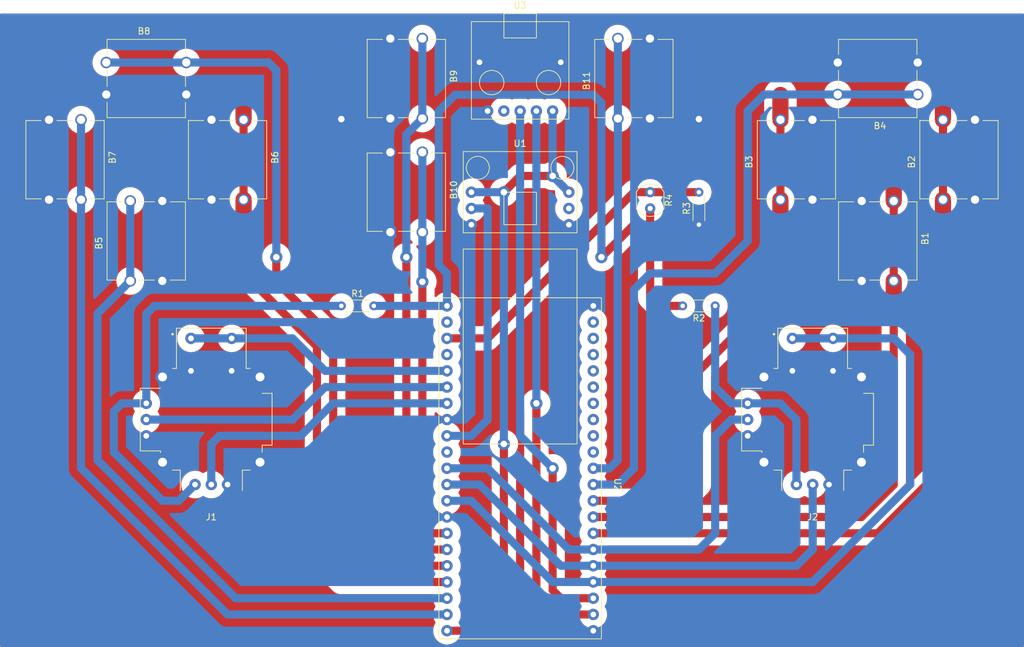
<source format=kicad_pcb>
(kicad_pcb (version 20211014) (generator pcbnew)
  (layers (0 "F.Cu" signal) (31 "B.Cu" signal) (34 "B.Paste" user) (35 "F.Paste" user) (36 "B.SilkS" user "B.Silkscreen") (37 "F.SilkS" user "F.Silkscreen") (38 "B.Mask" user) (39 "F.Mask" user) (44 "Edge.Cuts" user))
  (net 0 "")
  (net 1 "GND")
  (net 2 "Net-(J1-PadH1)")
  (net 3 "+3V3")
  (net 4 "+5V")
  (net 10 "BA")
  (net 11 "BB")
  (net 12 "BX")
  (net 13 "BY")
  (net 14 "BDOWN")
  (net 15 "BRIGHT")
  (net 16 "BLEFT")
  (net 17 "BUP")
  (net 18 "BSTART")
  (net 19 "BHOME")
  (net 20 "BSELECT")
  (net 21 "LIGHT")
  (net 22 "LED")
  (net 23 "J1H")
  (net 24 "J1V")
  (net 25 "J1B")
  (net 27 "J2H")
  (net 28 "J2V")
  (net 29 "J2B")
  (net 30 "USB-")
  (net 31 "USB+")
  (net 40 "Net-(R2-Pad1)")
  (footprint "MXPAD:FSM103A" (layer "F.Cu") (at 163.9316 22.8981)
    (fp_text reference "B4" (at 6.604 9.906) (layer "F.SilkS"))
    (fp_text value "FSM103A")
    (fp_line (start 0.127 8.6233) (end 12.3698 8.6233) (layer "F.SilkS") (width 0.12))
    (fp_line (start 12.3698 -1.22789) (end 12.3698 -3.6195) (layer "F.SilkS") (width 0.12))
    (fp_line (start 0.127 -3.6195) (end 0.127 -1.23444) (layer "F.SilkS") (width 0.12))
    (fp_line (start 12.3698 -3.6195) (end 0.127 -3.6195) (layer "F.SilkS") (width 0.12))
    (fp_line (start 0.127 1.23444) (end 0.127 3.77591) (layer "F.SilkS") (width 0.12))
    (fp_line (start 12.3698 8.6233) (end 12.3698 6.23169) (layer "F.SilkS") (width 0.12))
    (fp_line (start 0.127 6.23169) (end 0.127 8.6233) (layer "F.SilkS") (width 0.12))
    (fp_line (start 12.3698 3.77591) (end 12.3698 1.22789) (layer "F.SilkS") (width 0.12))
    (pad "1" thru_hole rect (at 0 0) (size 1.8034 1.8034) (drill 1.2954) (layers *.Cu *.Mask) (net 1 "GND"))
    (pad "2" thru_hole circle (at 0 5.0038) (size 1.8034 1.8034) (drill 1.2954) (layers *.Cu *.Mask) (net 13 "BY"))
    (pad "3" thru_hole circle (at 12.4968 5.0038) (size 1.8034 1.8034) (drill 1.2954) (layers *.Cu *.Mask) (net 13 "BY"))
    (pad "4" thru_hole circle (at 12.4968 0) (size 1.8034 1.8034) (drill 1.2954) (layers *.Cu *.Mask) (net 1 "GND"))
  )
  (footprint "MXPAD:FSM103A" (layer "F.Cu") (at 40.6781 44.3484 90)
    (fp_text reference "B7" (at 6.604 9.906 90) (layer "F.SilkS"))
    (fp_text value "FSM103A")
    (fp_line (start 12.3698 -3.6195) (end 0.127 -3.6195) (layer "F.SilkS") (width 0.12))
    (fp_line (start 0.127 8.6233) (end 12.3698 8.6233) (layer "F.SilkS") (width 0.12))
    (fp_line (start 0.127 6.23169) (end 0.127 8.6233) (layer "F.SilkS") (width 0.12))
    (fp_line (start 0.127 -3.6195) (end 0.127 -1.23444) (layer "F.SilkS") (width 0.12))
    (fp_line (start 12.3698 3.77591) (end 12.3698 1.22789) (layer "F.SilkS") (width 0.12))
    (fp_line (start 12.3698 -1.22789) (end 12.3698 -3.6195) (layer "F.SilkS") (width 0.12))
    (fp_line (start 12.3698 8.6233) (end 12.3698 6.23169) (layer "F.SilkS") (width 0.12))
    (fp_line (start 0.127 1.23444) (end 0.127 3.77591) (layer "F.SilkS") (width 0.12))
    (pad "1" thru_hole rect (at 0 0 90) (size 1.8034 1.8034) (drill 1.2954) (layers *.Cu *.Mask) (net 1 "GND"))
    (pad "2" thru_hole circle (at 0 5.0038 90) (size 1.8034 1.8034) (drill 1.2954) (layers *.Cu *.Mask) (net 16 "BLEFT"))
    (pad "3" thru_hole circle (at 12.4968 5.0038 90) (size 1.8034 1.8034) (drill 1.2954) (layers *.Cu *.Mask) (net 16 "BLEFT"))
    (pad "4" thru_hole circle (at 12.4968 0 90) (size 1.8034 1.8034) (drill 1.2954) (layers *.Cu *.Mask) (net 1 "GND"))
  )
  (footprint "MXPAD:FSM103A" (layer "F.Cu") (at 58.3819 44.5516 -90)
    (fp_text reference "B5" (at 6.604 9.906 90) (layer "F.SilkS"))
    (fp_text value "FSM103A")
    (fp_line (start 0.127 6.23169) (end 0.127 8.6233) (layer "F.SilkS") (width 0.12))
    (fp_line (start 0.127 -3.6195) (end 0.127 -1.23444) (layer "F.SilkS") (width 0.12))
    (fp_line (start 12.3698 3.77591) (end 12.3698 1.22789) (layer "F.SilkS") (width 0.12))
    (fp_line (start 12.3698 -1.22789) (end 12.3698 -3.6195) (layer "F.SilkS") (width 0.12))
    (fp_line (start 0.127 8.6233) (end 12.3698 8.6233) (layer "F.SilkS") (width 0.12))
    (fp_line (start 12.3698 8.6233) (end 12.3698 6.23169) (layer "F.SilkS") (width 0.12))
    (fp_line (start 12.3698 -3.6195) (end 0.127 -3.6195) (layer "F.SilkS") (width 0.12))
    (fp_line (start 0.127 1.23444) (end 0.127 3.77591) (layer "F.SilkS") (width 0.12))
    (pad "1" thru_hole rect (at 0 0 270) (size 1.8034 1.8034) (drill 1.2954) (layers *.Cu *.Mask) (net 1 "GND"))
    (pad "2" thru_hole circle (at 0 5.0038 270) (size 1.8034 1.8034) (drill 1.2954) (layers *.Cu *.Mask) (net 14 "BDOWN"))
    (pad "3" thru_hole circle (at 12.4968 5.0038 270) (size 1.8034 1.8034) (drill 1.2954) (layers *.Cu *.Mask) (net 14 "BDOWN"))
    (pad "4" thru_hole circle (at 12.4968 0 270) (size 1.8034 1.8034) (drill 1.2954) (layers *.Cu *.Mask) (net 1 "GND"))
  )
  (footprint "MXPAD:FSM103A" (layer "F.Cu") (at 185.3819 31.8516 -90)
    (fp_text reference "B2" (at 6.604 9.906 90) (layer "F.SilkS"))
    (fp_text value "FSM103A")
    (fp_line (start 0.127 8.6233) (end 12.3698 8.6233) (layer "F.SilkS") (width 0.12))
    (fp_line (start 12.3698 -3.6195) (end 0.127 -3.6195) (layer "F.SilkS") (width 0.12))
    (fp_line (start 12.3698 -1.22789) (end 12.3698 -3.6195) (layer "F.SilkS") (width 0.12))
    (fp_line (start 12.3698 3.77591) (end 12.3698 1.22789) (layer "F.SilkS") (width 0.12))
    (fp_line (start 0.127 1.23444) (end 0.127 3.77591) (layer "F.SilkS") (width 0.12))
    (fp_line (start 12.3698 8.6233) (end 12.3698 6.23169) (layer "F.SilkS") (width 0.12))
    (fp_line (start 0.127 -3.6195) (end 0.127 -1.23444) (layer "F.SilkS") (width 0.12))
    (fp_line (start 0.127 6.23169) (end 0.127 8.6233) (layer "F.SilkS") (width 0.12))
    (pad "1" thru_hole rect (at 0 0 270) (size 1.8034 1.8034) (drill 1.2954) (layers *.Cu *.Mask) (net 1 "GND"))
    (pad "2" thru_hole circle (at 0 5.0038 270) (size 1.8034 1.8034) (drill 1.2954) (layers *.Cu *.Mask) (net 11 "BB"))
    (pad "3" thru_hole circle (at 12.4968 5.0038 270) (size 1.8034 1.8034) (drill 1.2954) (layers *.Cu *.Mask) (net 11 "BB"))
    (pad "4" thru_hole circle (at 12.4968 0 270) (size 1.8034 1.8034) (drill 1.2954) (layers *.Cu *.Mask) (net 1 "GND"))
  )
  (footprint "MXPAD:FSM103A" (layer "F.Cu") (at 159.9819 31.8516 -90)
    (fp_text reference "B3" (at 6.604 9.906 90) (layer "F.SilkS"))
    (fp_text value "FSM103A")
    (fp_line (start 12.3698 -1.22789) (end 12.3698 -3.6195) (layer "F.SilkS") (width 0.12))
    (fp_line (start 0.127 1.23444) (end 0.127 3.77591) (layer "F.SilkS") (width 0.12))
    (fp_line (start 12.3698 -3.6195) (end 0.127 -3.6195) (layer "F.SilkS") (width 0.12))
    (fp_line (start 0.127 -3.6195) (end 0.127 -1.23444) (layer "F.SilkS") (width 0.12))
    (fp_line (start 0.127 8.6233) (end 12.3698 8.6233) (layer "F.SilkS") (width 0.12))
    (fp_line (start 12.3698 8.6233) (end 12.3698 6.23169) (layer "F.SilkS") (width 0.12))
    (fp_line (start 0.127 6.23169) (end 0.127 8.6233) (layer "F.SilkS") (width 0.12))
    (fp_line (start 12.3698 3.77591) (end 12.3698 1.22789) (layer "F.SilkS") (width 0.12))
    (pad "1" thru_hole rect (at 0 0 270) (size 1.8034 1.8034) (drill 1.2954) (layers *.Cu *.Mask) (net 1 "GND"))
    (pad "2" thru_hole circle (at 0 5.0038 270) (size 1.8034 1.8034) (drill 1.2954) (layers *.Cu *.Mask) (net 12 "BX"))
    (pad "3" thru_hole circle (at 12.4968 5.0038 270) (size 1.8034 1.8034) (drill 1.2954) (layers *.Cu *.Mask) (net 12 "BX"))
    (pad "4" thru_hole circle (at 12.4968 0 270) (size 1.8034 1.8034) (drill 1.2954) (layers *.Cu *.Mask) (net 1 "GND"))
  )
  (footprint "MXPAD:FSM103A" (layer "F.Cu") (at 167.6781 57.0484 90)
    (fp_text reference "B1" (at 6.604 9.906 90) (layer "F.SilkS"))
    (fp_text value "FSM103A")
    (fp_line (start 12.3698 -3.6195) (end 0.127 -3.6195) (layer "F.SilkS") (width 0.12))
    (fp_line (start 0.127 -3.6195) (end 0.127 -1.23444) (layer "F.SilkS") (width 0.12))
    (fp_line (start 0.127 6.23169) (end 0.127 8.6233) (layer "F.SilkS") (width 0.12))
    (fp_line (start 12.3698 8.6233) (end 12.3698 6.23169) (layer "F.SilkS") (width 0.12))
    (fp_line (start 12.3698 -1.22789) (end 12.3698 -3.6195) (layer "F.SilkS") (width 0.12))
    (fp_line (start 0.127 8.6233) (end 12.3698 8.6233) (layer "F.SilkS") (width 0.12))
    (fp_line (start 0.127 1.23444) (end 0.127 3.77591) (layer "F.SilkS") (width 0.12))
    (fp_line (start 12.3698 3.77591) (end 12.3698 1.22789) (layer "F.SilkS") (width 0.12))
    (pad "1" thru_hole rect (at 0 0 90) (size 1.8034 1.8034) (drill 1.2954) (layers *.Cu *.Mask) (net 1 "GND"))
    (pad "2" thru_hole circle (at 0 5.0038 90) (size 1.8034 1.8034) (drill 1.2954) (layers *.Cu *.Mask) (net 10 "BA"))
    (pad "3" thru_hole circle (at 12.4968 5.0038 90) (size 1.8034 1.8034) (drill 1.2954) (layers *.Cu *.Mask) (net 10 "BA"))
    (pad "4" thru_hole circle (at 12.4968 0 90) (size 1.8034 1.8034) (drill 1.2954) (layers *.Cu *.Mask) (net 1 "GND"))
  )
  (footprint "MXPAD:WS2812B" (layer "F.Cu") (at 114.3 43.18)
    (fp_text reference "U1" (at 0 -7.62 unlocked) (layer "F.SilkS"))
    (fp_text value "WS2812B")
    (fp_rect (start -8.89 -6.35) (end 8.89 6.35) (layer "F.SilkS") (width 0.12) (fill none))
    (fp_rect (start -2.54 0) (end 2.54 5.08) (layer "F.SilkS") (width 0.12) (fill none))
    (fp_circle (center 6.604 -3.81) (end 7.874 -2.54) (layer "F.SilkS") (width 0.12) (fill none))
    (fp_circle (center -6.604 -3.81) (end -5.334 -2.54) (layer "F.SilkS") (width 0.12) (fill none))
    (pad "1" thru_hole circle (at -7.62 5.08) (size 1.778 1.778) (drill 0.889) (layers *.Cu *.Mask) (net 1 "GND"))
    (pad "2" thru_hole circle (at -7.62 2.54) (size 1.778 1.778) (drill 0.889) (layers *.Cu *.Mask) (net 22 "LED"))
    (pad "3" thru_hole circle (at -7.62 0) (size 1.778 1.778) (drill 0.889) (layers *.Cu *.Mask) (net 4 "+5V"))
    (pad "4" thru_hole circle (at 7.62 5.08) (size 1.778 1.778) (drill 0.889) (layers *.Cu *.Mask) (net 1 "GND"))
    (pad "5" thru_hole circle (at 7.62 2.54) (size 1.778 1.778) (drill 0.889) (layers *.Cu *.Mask))
    (pad "6" thru_hole circle (at 7.62 0) (size 1.778 1.778) (drill 0.889) (layers *.Cu *.Mask) (net 4 "+5V"))
  )
  (footprint "MXPAD:COM-09032" (layer "F.Cu") (at 66.04 78.74)
    (fp_text reference "J1" (at 0 15.24) (layer "F.SilkS"))
    (fp_text value "COM-09032")
    (fp_line (start 6.08 7.9) (end 4.85 7.9) (layer "F.SilkS") (width 0.127))
    (fp_line (start -11.1 4.9) (end -11.1 -4.9) (layer "F.SilkS") (width 0.127))
    (fp_line (start 7.95 4) (end 7.95 5.12) (layer "F.SilkS") (width 0.127))
    (fp_line (start -5.45 -14.3) (end 5.45 -14.3) (layer "F.SilkS") (width 0.127))
    (fp_line (start -6.07 -8) (end -5.45 -8) (layer "F.SilkS") (width 0.127))
    (fp_line (start 4.85 7.9) (end 4.85 11.1) (layer "F.SilkS") (width 0.127))
    (fp_line (start 7.95 -4.1) (end 9.5 -4.1) (layer "F.SilkS") (width 0.127))
    (fp_line (start 5.45 -14.3) (end 5.45 -8) (layer "F.SilkS") (width 0.127))
    (fp_line (start -7.95 5.17) (end -7.95 4.9) (layer "F.SilkS") (width 0.127))
    (fp_line (start -4.85 11.1) (end -4.85 7.9) (layer "F.SilkS") (width 0.127))
    (fp_line (start -11.1 -4.9) (end -7.95 -4.9) (layer "F.SilkS") (width 0.127))
    (fp_line (start 9.5 4) (end 7.95 4) (layer "F.SilkS") (width 0.127))
    (fp_line (start 9.5 -4.1) (end 9.5 4) (layer "F.SilkS") (width 0.127))
    (fp_line (start -5.45 -8) (end -5.45 -14.3) (layer "F.SilkS") (width 0.127))
    (fp_line (start 5.45 -8) (end 6.08 -8) (layer "F.SilkS") (width 0.127))
    (fp_line (start -7.95 4.9) (end -11.1 4.9) (layer "F.SilkS") (width 0.127))
    (fp_line (start -4.85 7.9) (end -6.07 7.9) (layer "F.SilkS") (width 0.127))
    (fp_circle (center -6.05 -13.35) (end -5.95 -13.35) (layer "F.SilkS") (width 0.2) (fill none))
    (pad "B1A" thru_hole circle (at -3.175 -12.7) (size 1.778 1.778) (drill 0.9) (layers *.Cu *.Mask) (net 25 "J1B"))
    (pad "B1B" thru_hole circle (at 3.175 -12.7) (size 1.778 1.778) (drill 0.9) (layers *.Cu *.Mask) (net 25 "J1B"))
    (pad "B2A" thru_hole circle (at -3.175 -7.62) (size 1.778 1.778) (drill 0.9) (layers *.Cu *.Mask) (net 1 "GND"))
    (pad "B2B" thru_hole circle (at 3.175 -7.62) (size 1.778 1.778) (drill 0.9) (layers *.Cu *.Mask) (net 1 "GND"))
    (pad "H1" thru_hole circle (at -2.54 10.16) (size 1.778 1.778) (drill 0.889) (layers *.Cu *.Mask) (net 2 "Net-(J1-PadH1)"))
    (pad "H2" thru_hole circle (at 0 10.16) (size 1.778 1.778) (drill 0.889) (layers *.Cu *.Mask) (net 23 "J1H"))
    (pad "H3" thru_hole circle (at 2.54 10.16) (size 1.778 1.778) (drill 0.889) (layers *.Cu *.Mask) (net 1 "GND"))
    (pad "S1" thru_hole circle (at -7.62 -6.6675) (size 2.286 2.286) (drill 1.397) (layers *.Cu *.Mask) (net 1 "GND"))
    (pad "S2" thru_hole circle (at -7.62 6.6675) (size 2.286 2.286) (drill 1.397) (layers *.Cu *.Mask) (net 1 "GND"))
    (pad "S3" thru_hole circle (at 7.62 6.6675) (size 2.286 2.286) (drill 1.397) (layers *.Cu *.Mask) (net 1 "GND"))
    (pad "S4" thru_hole circle (at 7.62 -6.6675) (size 2.286 2.286) (drill 1.397) (layers *.Cu *.Mask) (net 1 "GND"))
    (pad "V1" thru_hole circle (at -10.16 -2.54) (size 1.778 1.778) (drill 0.889) (layers *.Cu *.Mask) (net 2 "Net-(J1-PadH1)"))
    (pad "V2" thru_hole circle (at -10.16 0) (size 1.778 1.778) (drill 0.889) (layers *.Cu *.Mask) (net 24 "J1V"))
    (pad "V3" thru_hole circle (at -10.16 2.54) (size 1.778 1.778) (drill 0.889) (layers *.Cu *.Mask) (net 1 "GND"))
  )
  (footprint "Resistor_THT:R_Axial_DIN0204_L3.6mm_D1.6mm_P5.08mm_Horizontal" (layer "F.Cu") (at 142.24 48.26 90)
    (fp_text reference "R3" (at 2.54 -1.92 90) (layer "F.SilkS"))
    (fp_text value "10K")
    (fp_line (start 0.62 0.92) (end 4.46 0.92) (layer "F.SilkS") (width 0.12))
    (fp_line (start 0.62 -0.92) (end 4.46 -0.92) (layer "F.SilkS") (width 0.12))
    (pad "1" thru_hole circle (at 0 0 90) (size 1.4 1.4) (drill 0.7) (layers *.Cu *.Mask) (net 1 "GND"))
    (pad "2" thru_hole oval (at 5.08 0 90) (size 1.4 1.4) (drill 0.7) (layers *.Cu *.Mask) (net 21 "LIGHT"))
  )
  (footprint "MXPAD:FSM103A" (layer "F.Cu") (at 94.0181 31.6484 90)
    (fp_text reference "B9" (at 6.604 9.906 90) (layer "F.SilkS"))
    (fp_text value "FSM103A")
    (fp_line (start 0.127 8.6233) (end 12.3698 8.6233) (layer "F.SilkS") (width 0.12))
    (fp_line (start 12.3698 3.77591) (end 12.3698 1.22789) (layer "F.SilkS") (width 0.12))
    (fp_line (start 0.127 -3.6195) (end 0.127 -1.23444) (layer "F.SilkS") (width 0.12))
    (fp_line (start 12.3698 8.6233) (end 12.3698 6.23169) (layer "F.SilkS") (width 0.12))
    (fp_line (start 12.3698 -1.22789) (end 12.3698 -3.6195) (layer "F.SilkS") (width 0.12))
    (fp_line (start 0.127 6.23169) (end 0.127 8.6233) (layer "F.SilkS") (width 0.12))
    (fp_line (start 12.3698 -3.6195) (end 0.127 -3.6195) (layer "F.SilkS") (width 0.12))
    (fp_line (start 0.127 1.23444) (end 0.127 3.77591) (layer "F.SilkS") (width 0.12))
    (pad "1" thru_hole rect (at 0 0 90) (size 1.8034 1.8034) (drill 1.2954) (layers *.Cu *.Mask) (net 1 "GND"))
    (pad "2" thru_hole circle (at 0 5.0038 90) (size 1.8034 1.8034) (drill 1.2954) (layers *.Cu *.Mask) (net 18 "BSTART"))
    (pad "3" thru_hole circle (at 12.4968 5.0038 90) (size 1.8034 1.8034) (drill 1.2954) (layers *.Cu *.Mask) (net 18 "BSTART"))
    (pad "4" thru_hole circle (at 12.4968 0 90) (size 1.8034 1.8034) (drill 1.2954) (layers *.Cu *.Mask) (net 1 "GND"))
  )
  (footprint "MXPAD:FSM103A" (layer "F.Cu") (at 94.0181 49.4284 90)
    (fp_text reference "B10" (at 6.604 9.906 90) (layer "F.SilkS"))
    (fp_text value "FSM103A")
    (fp_line (start 0.127 8.6233) (end 12.3698 8.6233) (layer "F.SilkS") (width 0.12))
    (fp_line (start 12.3698 8.6233) (end 12.3698 6.23169) (layer "F.SilkS") (width 0.12))
    (fp_line (start 12.3698 -1.22789) (end 12.3698 -3.6195) (layer "F.SilkS") (width 0.12))
    (fp_line (start 0.127 6.23169) (end 0.127 8.6233) (layer "F.SilkS") (width 0.12))
    (fp_line (start 0.127 -3.6195) (end 0.127 -1.23444) (layer "F.SilkS") (width 0.12))
    (fp_line (start 0.127 1.23444) (end 0.127 3.77591) (layer "F.SilkS") (width 0.12))
    (fp_line (start 12.3698 3.77591) (end 12.3698 1.22789) (layer "F.SilkS") (width 0.12))
    (fp_line (start 12.3698 -3.6195) (end 0.127 -3.6195) (layer "F.SilkS") (width 0.12))
    (pad "1" thru_hole rect (at 0 0 90) (size 1.8034 1.8034) (drill 1.2954) (layers *.Cu *.Mask) (net 1 "GND"))
    (pad "2" thru_hole circle (at 0 5.0038 90) (size 1.8034 1.8034) (drill 1.2954) (layers *.Cu *.Mask) (net 19 "BHOME"))
    (pad "3" thru_hole circle (at 12.4968 5.0038 90) (size 1.8034 1.8034) (drill 1.2954) (layers *.Cu *.Mask) (net 19 "BHOME"))
    (pad "4" thru_hole circle (at 12.4968 0 90) (size 1.8034 1.8034) (drill 1.2954) (layers *.Cu *.Mask) (net 1 "GND"))
  )
  (footprint "MXPAD:COM-09032" (layer "F.Cu") (at 160.02 78.74)
    (fp_text reference "J2" (at 0 15.24) (layer "F.SilkS"))
    (fp_text value "COM-09032")
    (fp_line (start -11.1 4.9) (end -11.1 -4.9) (layer "F.SilkS") (width 0.127))
    (fp_line (start -4.85 7.9) (end -6.07 7.9) (layer "F.SilkS") (width 0.127))
    (fp_line (start -6.07 -8) (end -5.45 -8) (layer "F.SilkS") (width 0.127))
    (fp_line (start -5.45 -14.3) (end 5.45 -14.3) (layer "F.SilkS") (width 0.127))
    (fp_line (start 7.95 -4.1) (end 9.5 -4.1) (layer "F.SilkS") (width 0.127))
    (fp_line (start -7.95 5.17) (end -7.95 4.9) (layer "F.SilkS") (width 0.127))
    (fp_line (start -11.1 -4.9) (end -7.95 -4.9) (layer "F.SilkS") (width 0.127))
    (fp_line (start 5.45 -14.3) (end 5.45 -8) (layer "F.SilkS") (width 0.127))
    (fp_line (start 7.95 4) (end 7.95 5.12) (layer "F.SilkS") (width 0.127))
    (fp_line (start -7.95 4.9) (end -11.1 4.9) (layer "F.SilkS") (width 0.127))
    (fp_line (start 9.5 -4.1) (end 9.5 4) (layer "F.SilkS") (width 0.127))
    (fp_line (start 4.85 7.9) (end 4.85 11.1) (layer "F.SilkS") (width 0.127))
    (fp_line (start -4.85 11.1) (end -4.85 7.9) (layer "F.SilkS") (width 0.127))
    (fp_line (start 9.5 4) (end 7.95 4) (layer "F.SilkS") (width 0.127))
    (fp_line (start 5.45 -8) (end 6.08 -8) (layer "F.SilkS") (width 0.127))
    (fp_line (start -5.45 -8) (end -5.45 -14.3) (layer "F.SilkS") (width 0.127))
    (fp_line (start 6.08 7.9) (end 4.85 7.9) (layer "F.SilkS") (width 0.127))
    (fp_circle (center -6.05 -13.35) (end -5.95 -13.35) (layer "F.SilkS") (width 0.2) (fill none))
    (pad "B1A" thru_hole circle (at -3.175 -12.7) (size 1.778 1.778) (drill 0.9) (layers *.Cu *.Mask) (net 29 "J2B"))
    (pad "B1B" thru_hole circle (at 3.175 -12.7) (size 1.778 1.778) (drill 0.9) (layers *.Cu *.Mask) (net 29 "J2B"))
    (pad "B2A" thru_hole circle (at -3.175 -7.62) (size 1.778 1.778) (drill 0.9) (layers *.Cu *.Mask) (net 1 "GND"))
    (pad "B2B" thru_hole circle (at 3.175 -7.62) (size 1.778 1.778) (drill 0.9) (layers *.Cu *.Mask) (net 1 "GND"))
    (pad "H1" thru_hole circle (at -2.54 10.16) (size 1.778 1.778) (drill 0.889) (layers *.Cu *.Mask) (net 40 "Net-(R2-Pad1)"))
    (pad "H2" thru_hole circle (at 0 10.16) (size 1.778 1.778) (drill 0.889) (layers *.Cu *.Mask) (net 27 "J2H"))
    (pad "H3" thru_hole circle (at 2.54 10.16) (size 1.778 1.778) (drill 0.889) (layers *.Cu *.Mask) (net 1 "GND"))
    (pad "S1" thru_hole circle (at -7.62 -6.6675) (size 2.286 2.286) (drill 1.397) (layers *.Cu *.Mask) (net 1 "GND"))
    (pad "S2" thru_hole circle (at -7.62 6.6675) (size 2.286 2.286) (drill 1.397) (layers *.Cu *.Mask) (net 1 "GND"))
    (pad "S3" thru_hole circle (at 7.62 6.6675) (size 2.286 2.286) (drill 1.397) (layers *.Cu *.Mask) (net 1 "GND"))
    (pad "S4" thru_hole circle (at 7.62 -6.6675) (size 2.286 2.286) (drill 1.397) (layers *.Cu *.Mask) (net 1 "GND"))
    (pad "V1" thru_hole circle (at -10.16 -2.54) (size 1.778 1.778) (drill 0.889) (layers *.Cu *.Mask) (net 40 "Net-(R2-Pad1)"))
    (pad "V2" thru_hole circle (at -10.16 0) (size 1.778 1.778) (drill 0.889) (layers *.Cu *.Mask) (net 28 "J2V"))
    (pad "V3" thru_hole circle (at -10.16 2.54) (size 1.778 1.778) (drill 0.889) (layers *.Cu *.Mask) (net 1 "GND"))
  )
  (footprint "MXPAD:NodeMCU-12K" (layer "F.Cu") (at 114.3 88.9)
    (fp_text reference "U2" (at 15.24 0 270 unlocked) (layer "F.SilkS"))
    (fp_text value "NodeMCU-12K")
    (fp_rect (start -8.89 -36.83) (end 8.89 -6.35) (layer "F.SilkS") (width 0.12) (fill none))
    (fp_rect (start -12.7 -29.21) (end 12.7 24.13) (layer "F.SilkS") (width 0.12) (fill none))
    (pad "1" thru_hole circle (at -11.43 -27.94) (size 1.778 1.778) (drill 0.889) (layers *.Cu *.Mask) (net 3 "+3V3"))
    (pad "2" thru_hole circle (at -11.43 -25.4) (size 1.778 1.778) (drill 0.889) (layers *.Cu *.Mask))
    (pad "3" thru_hole circle (at -11.43 -22.86) (size 1.778 1.778) (drill 0.889) (layers *.Cu *.Mask) (net 21 "LIGHT"))
    (pad "4" thru_hole circle (at -11.43 -20.32) (size 1.778 1.778) (drill 0.889) (layers *.Cu *.Mask))
    (pad "5" thru_hole circle (at -11.43 -17.78) (size 1.778 1.778) (drill 0.889) (layers *.Cu *.Mask) (net 25 "J1B"))
    (pad "6" thru_hole circle (at -11.43 -15.24) (size 1.778 1.778) (drill 0.889) (layers *.Cu *.Mask) (net 24 "J1V"))
    (pad "7" thru_hole circle (at -11.43 -12.7) (size 1.778 1.778) (drill 0.889) (layers *.Cu *.Mask) (net 23 "J1H"))
    (pad "8" thru_hole circle (at -11.43 -10.16) (size 1.778 1.778) (drill 0.889) (layers *.Cu *.Mask) (net 1 "GND"))
    (pad "9" thru_hole circle (at -11.43 -7.62) (size 1.778 1.778) (drill 0.889) (layers *.Cu *.Mask) (net 22 "LED"))
    (pad "10" thru_hole circle (at -11.43 -5.08) (size 1.778 1.778) (drill 0.889) (layers *.Cu *.Mask))
    (pad "11" thru_hole circle (at -11.43 -2.54) (size 1.778 1.778) (drill 0.889) (layers *.Cu *.Mask) (net 28 "J2V"))
    (pad "12" thru_hole circle (at -11.43 0) (size 1.778 1.778) (drill 0.889) (layers *.Cu *.Mask) (net 27 "J2H"))
    (pad "13" thru_hole circle (at -11.43 2.54) (size 1.778 1.778) (drill 0.889) (layers *.Cu *.Mask) (net 29 "J2B"))
    (pad "14" thru_hole circle (at -11.43 5.08) (size 1.778 1.778) (drill 0.889) (layers *.Cu *.Mask) (net 1 "GND"))
    (pad "15" thru_hole circle (at -11.43 7.62) (size 1.778 1.778) (drill 0.889) (layers *.Cu *.Mask) (net 19 "BHOME"))
    (pad "16" thru_hole circle (at -11.43 10.16) (size 1.778 1.778) (drill 0.889) (layers *.Cu *.Mask) (net 18 "BSTART"))
    (pad "17" thru_hole circle (at -11.43 12.7) (size 1.778 1.778) (drill 0.889) (layers *.Cu *.Mask) (net 17 "BUP"))
    (pad "18" thru_hole circle (at -11.43 15.24) (size 1.778 1.778) (drill 0.889) (layers *.Cu *.Mask) (net 15 "BRIGHT"))
    (pad "19" thru_hole circle (at -11.43 17.78) (size 1.778 1.778) (drill 0.889) (layers *.Cu *.Mask) (net 14 "BDOWN"))
    (pad "20" thru_hole circle (at -11.43 20.32) (size 1.778 1.778) (drill 0.889) (layers *.Cu *.Mask) (net 16 "BLEFT"))
    (pad "21" thru_hole circle (at -11.43 22.86) (size 1.778 1.778) (drill 0.889) (layers *.Cu *.Mask) (net 4 "+5V"))
    (pad "22" thru_hole circle (at 11.43 22.86) (size 1.778 1.778) (drill 0.889) (layers *.Cu *.Mask) (net 1 "GND"))
    (pad "23" thru_hole circle (at 11.43 20.32) (size 1.778 1.778) (drill 0.889) (layers *.Cu *.Mask) (net 30 "USB-"))
    (pad "24" thru_hole circle (at 11.43 17.78) (size 1.778 1.778) (drill 0.889) (layers *.Cu *.Mask) (net 31 "USB+"))
    (pad "25" thru_hole circle (at 11.43 15.24) (size 1.778 1.778) (drill 0.889) (layers *.Cu *.Mask) (net 29 "J2B"))
    (pad "26" thru_hole circle (at 11.43 12.7) (size 1.778 1.778) (drill 0.889) (layers *.Cu *.Mask) (net 27 "J2H"))
    (pad "27" thru_hole circle (at 11.43 10.16) (size 1.778 1.778) (drill 0.889) (layers *.Cu *.Mask) (net 28 "J2V"))
    (pad "28" thru_hole circle (at 11.43 7.62) (size 1.778 1.778) (drill 0.889) (layers *.Cu *.Mask) (net 11 "BB"))
    (pad "29" thru_hole circle (at 11.43 5.08) (size 1.778 1.778) (drill 0.889) (layers *.Cu *.Mask) (net 10 "BA"))
    (pad "30" thru_hole circle (at 11.43 2.54) (size 1.778 1.778) (drill 0.889) (layers *.Cu *.Mask) (net 12 "BX"))
    (pad "31" thru_hole circle (at 11.43 0) (size 1.778 1.778) (drill 0.889) (layers *.Cu *.Mask) (net 13 "BY"))
    (pad "32" thru_hole circle (at 11.43 -2.54) (size 1.778 1.778) (drill 0.889) (layers *.Cu *.Mask) (net 20 "BSELECT"))
    (pad "33" thru_hole circle (at 11.43 -5.08) (size 1.778 1.778) (drill 0.889) (layers *.Cu *.Mask))
    (pad "34" thru_hole circle (at 11.43 -7.62) (size 1.778 1.778) (drill 0.889) (layers *.Cu *.Mask))
    (pad "35" thru_hole circle (at 11.43 -10.16) (size 1.778 1.778) (drill 0.889) (layers *.Cu *.Mask))
    (pad "36" thru_hole circle (at 11.43 -12.7) (size 1.778 1.778) (drill 0.889) (layers *.Cu *.Mask))
    (pad "37" thru_hole circle (at 11.43 -15.24) (size 1.778 1.778) (drill 0.889) (layers *.Cu *.Mask))
    (pad "38" thru_hole circle (at 11.43 -17.78) (size 1.778 1.778) (drill 0.889) (layers *.Cu *.Mask))
    (pad "39" thru_hole circle (at 11.43 -20.32) (size 1.778 1.778) (drill 0.889) (layers *.Cu *.Mask))
    (pad "40" thru_hole circle (at 11.43 -22.86) (size 1.778 1.778) (drill 0.889) (layers *.Cu *.Mask))
    (pad "41" thru_hole circle (at 11.43 -25.4) (size 1.778 1.778) (drill 0.889) (layers *.Cu *.Mask))
    (pad "42" thru_hole circle (at 11.43 -27.94) (size 1.778 1.778) (drill 0.889) (layers *.Cu *.Mask) (net 1 "GND"))
  )
  (footprint "MXPAD:FSM103A" (layer "F.Cu") (at 66.0781 44.3484 90)
    (fp_text reference "B6" (at 6.604 9.906 90) (layer "F.SilkS"))
    (fp_text value "FSM103A")
    (fp_line (start 12.3698 3.77591) (end 12.3698 1.22789) (layer "F.SilkS") (width 0.12))
    (fp_line (start 12.3698 -3.6195) (end 0.127 -3.6195) (layer "F.SilkS") (width 0.12))
    (fp_line (start 0.127 1.23444) (end 0.127 3.77591) (layer "F.SilkS") (width 0.12))
    (fp_line (start 12.3698 8.6233) (end 12.3698 6.23169) (layer "F.SilkS") (width 0.12))
    (fp_line (start 12.3698 -1.22789) (end 12.3698 -3.6195) (layer "F.SilkS") (width 0.12))
    (fp_line (start 0.127 6.23169) (end 0.127 8.6233) (layer "F.SilkS") (width 0.12))
    (fp_line (start 0.127 -3.6195) (end 0.127 -1.23444) (layer "F.SilkS") (width 0.12))
    (fp_line (start 0.127 8.6233) (end 12.3698 8.6233) (layer "F.SilkS") (width 0.12))
    (pad "1" thru_hole rect (at 0 0 90) (size 1.8034 1.8034) (drill 1.2954) (layers *.Cu *.Mask) (net 1 "GND"))
    (pad "2" thru_hole circle (at 0 5.0038 90) (size 1.8034 1.8034) (drill 1.2954) (layers *.Cu *.Mask) (net 15 "BRIGHT"))
    (pad "3" thru_hole circle (at 12.4968 5.0038 90) (size 1.8034 1.8034) (drill 1.2954) (layers *.Cu *.Mask) (net 15 "BRIGHT"))
    (pad "4" thru_hole circle (at 12.4968 0 90) (size 1.8034 1.8034) (drill 1.2954) (layers *.Cu *.Mask) (net 1 "GND"))
  )
  (footprint "MXPAD:FSM103A" (layer "F.Cu") (at 62.1284 27.9019 180)
    (fp_text reference "B8" (at 6.604 9.906) (layer "F.SilkS"))
    (fp_text value "FSM103A")
    (fp_line (start 12.3698 -3.6195) (end 0.127 -3.6195) (layer "F.SilkS") (width 0.12))
    (fp_line (start 12.3698 3.77591) (end 12.3698 1.22789) (layer "F.SilkS") (width 0.12))
    (fp_line (start 12.3698 8.6233) (end 12.3698 6.23169) (layer "F.SilkS") (width 0.12))
    (fp_line (start 0.127 6.23169) (end 0.127 8.6233) (layer "F.SilkS") (width 0.12))
    (fp_line (start 0.127 1.23444) (end 0.127 3.77591) (layer "F.SilkS") (width 0.12))
    (fp_line (start 12.3698 -1.22789) (end 12.3698 -3.6195) (layer "F.SilkS") (width 0.12))
    (fp_line (start 0.127 8.6233) (end 12.3698 8.6233) (layer "F.SilkS") (width 0.12))
    (fp_line (start 0.127 -3.6195) (end 0.127 -1.23444) (layer "F.SilkS") (width 0.12))
    (pad "1" thru_hole rect (at 0 0 180) (size 1.8034 1.8034) (drill 1.2954) (layers *.Cu *.Mask) (net 1 "GND"))
    (pad "2" thru_hole circle (at 0 5.0038 180) (size 1.8034 1.8034) (drill 1.2954) (layers *.Cu *.Mask) (net 17 "BUP"))
    (pad "3" thru_hole circle (at 12.4968 5.0038 180) (size 1.8034 1.8034) (drill 1.2954) (layers *.Cu *.Mask) (net 17 "BUP"))
    (pad "4" thru_hole circle (at 12.4968 0 180) (size 1.8034 1.8034) (drill 1.2954) (layers *.Cu *.Mask) (net 1 "GND"))
  )
  (footprint "MXPAD:FSM103A" (layer "F.Cu") (at 134.5819 19.1516 -90)
    (fp_text reference "B11" (at 6.604 9.906 90) (layer "F.SilkS"))
    (fp_text value "FSM103A")
    (fp_line (start 12.3698 8.6233) (end 12.3698 6.23169) (layer "F.SilkS") (width 0.12))
    (fp_line (start 12.3698 3.77591) (end 12.3698 1.22789) (layer "F.SilkS") (width 0.12))
    (fp_line (start 12.3698 -3.6195) (end 0.127 -3.6195) (layer "F.SilkS") (width 0.12))
    (fp_line (start 0.127 -3.6195) (end 0.127 -1.23444) (layer "F.SilkS") (width 0.12))
    (fp_line (start 12.3698 -1.22789) (end 12.3698 -3.6195) (layer "F.SilkS") (width 0.12))
    (fp_line (start 0.127 6.23169) (end 0.127 8.6233) (layer "F.SilkS") (width 0.12))
    (fp_line (start 0.127 8.6233) (end 12.3698 8.6233) (layer "F.SilkS") (width 0.12))
    (fp_line (start 0.127 1.23444) (end 0.127 3.77591) (layer "F.SilkS") (width 0.12))
    (pad "1" thru_hole rect (at 0 0 270) (size 1.8034 1.8034) (drill 1.2954) (layers *.Cu *.Mask) (net 1 "GND"))
    (pad "2" thru_hole circle (at 0 5.0038 270) (size 1.8034 1.8034) (drill 1.2954) (layers *.Cu *.Mask) (net 20 "BSELECT"))
    (pad "3" thru_hole circle (at 12.4968 5.0038 270) (size 1.8034 1.8034) (drill 1.2954) (layers *.Cu *.Mask) (net 20 "BSELECT"))
    (pad "4" thru_hole circle (at 12.4968 0 270) (size 1.8034 1.8034) (drill 1.2954) (layers *.Cu *.Mask) (net 1 "GND"))
  )
  (footprint "OptoDevice:R_LDR_4.9x4.2mm_P2.54mm_Vertical" (layer "F.Cu") (at 134.62 43.18 -90)
    (fp_text reference "R4" (at 1.27 -2.9 -90) (layer "F.SilkS"))
    (fp_text value "GL5528")
    (fp_line (start -0.05 2.15) (end 2.6 2.15) (layer "F.SilkS") (width 0.12))
    (fp_line (start -0.05 -2.15) (end 2.6 -2.15) (layer "F.SilkS") (width 0.12))
    (fp_arc (start -0.05 2.15) (mid -1.262424 0.01494) (end -0.075476 -2.134388) (layer "F.SilkS") (width 0.12))
    (fp_arc (start 2.6 -2.15) (mid 3.788646 -0.016616) (end 2.628027 2.132145) (layer "F.SilkS") (width 0.12))
    (pad "1" thru_hole circle (at 0 0 270) (size 1.6 1.6) (drill 0.8) (layers *.Cu *.Mask) (net 21 "LIGHT"))
    (pad "2" thru_hole circle (at 2.54 0 270) (size 1.6 1.6) (drill 0.8) (layers *.Cu *.Mask) (net 3 "+3V3"))
  )
  (footprint "Resistor_THT:R_Axial_DIN0204_L3.6mm_D1.6mm_P5.08mm_Horizontal" (layer "F.Cu") (at 86.36 60.96)
    (fp_text reference "R1" (at 2.54 -1.92) (layer "F.SilkS"))
    (fp_text value "1K")
    (fp_line (start 0.62 -0.92) (end 4.46 -0.92) (layer "F.SilkS") (width 0.12))
    (fp_line (start 0.62 0.92) (end 4.46 0.92) (layer "F.SilkS") (width 0.12))
    (pad "1" thru_hole circle (at 0 0) (size 1.4 1.4) (drill 0.7) (layers *.Cu *.Mask) (net 2 "Net-(J1-PadH1)"))
    (pad "2" thru_hole oval (at 5.08 0) (size 1.4 1.4) (drill 0.7) (layers *.Cu *.Mask) (net 3 "+3V3"))
  )
  (footprint "Resistor_THT:R_Axial_DIN0204_L3.6mm_D1.6mm_P5.08mm_Horizontal" (layer "F.Cu") (at 144.78 60.96 180)
    (fp_text reference "R2" (at 2.54 -1.92 180) (layer "F.SilkS"))
    (fp_text value "1K")
    (fp_line (start 0.62 -0.92) (end 4.46 -0.92) (layer "F.SilkS") (width 0.12))
    (fp_line (start 0.62 0.92) (end 4.46 0.92) (layer "F.SilkS") (width 0.12))
    (pad "1" thru_hole circle (at 0 0 180) (size 1.4 1.4) (drill 0.7) (layers *.Cu *.Mask) (net 40 "Net-(R2-Pad1)"))
    (pad "2" thru_hole oval (at 5.08 0 180) (size 1.4 1.4) (drill 0.7) (layers *.Cu *.Mask) (net 3 "+3V3"))
  )
  (footprint "MXPAD:MicroUSB" (layer "F.Cu") (at 114.3 25.4)
    (fp_text reference "U3" (at 0 -11.43 unlocked) (layer "F.SilkS"))
    (fp_text value "MicroUSB")
    (fp_rect (start -2.54 -10.16) (end 2.54 -6.35) (layer "F.SilkS") (width 0.12) (fill none))
    (fp_rect (start -7.62 -8.89) (end 7.62 6.35) (layer "F.SilkS") (width 0.12) (fill none))
    (fp_circle (center 4.445 0.635) (end 6.35 0.635) (layer "F.SilkS") (width 0.12) (fill none))
    (fp_circle (center -4.445 0.635) (end -2.54 0.635) (layer "F.SilkS") (width 0.12) (fill none))
    (pad "1" thru_hole circle (at -5.08 5.08) (size 1.778 1.778) (drill 0.889) (layers *.Cu *.Mask) (net 1 "GND"))
    (pad "2" thru_hole circle (at -2.54 5.08) (size 1.778 1.778) (drill 0.889) (layers *.Cu *.Mask))
    (pad "3" thru_hole circle (at 0 5.08) (size 1.778 1.778) (drill 0.889) (layers *.Cu *.Mask) (net 31 "USB+"))
    (pad "4" thru_hole circle (at 2.54 5.08) (size 1.778 1.778) (drill 0.889) (layers *.Cu *.Mask) (net 30 "USB-"))
    (pad "5" thru_hole circle (at 5.08 5.08) (size 1.778 1.778) (drill 0.889) (layers *.Cu *.Mask) (net 4 "+5V"))
    (pad "6" thru_hole circle (at 6.35 -2.54) (size 1.778 1.778) (drill 0.889) (layers *.Cu *.Mask) (net 1 "GND"))
    (pad "7" thru_hole circle (at -6.35 -2.54) (size 1.778 1.778) (drill 0.889) (layers *.Cu *.Mask) (net 1 "GND"))
  )
  (via (at 86.36 31.75) (size 1.905) (drill 1.016) (layers "F.Cu" "B.Cu") (net 1))
  (via (at 142.24 31.75) (size 1.905) (drill 1.016) (layers "F.Cu" "B.Cu") (net 1))
  (segment (start 58.42 91.44) (end 50.8 83.82) (width 1.27) (layer "B.Cu") (net 2))
  (segment (start 60.96 91.44) (end 58.42 91.44) (width 1.27) (layer "B.Cu") (net 2))
  (segment (start 52.07 76.2) (end 55.88 76.2) (width 1.27) (layer "B.Cu") (net 2))
  (segment (start 50.8 83.82) (end 50.8 77.47) (width 1.27) (layer "B.Cu") (net 2))
  (segment (start 63.5 88.9) (end 60.96 91.44) (width 1.27) (layer "B.Cu") (net 2))
  (segment (start 55.88 62.23) (end 55.88 76.2) (width 1.27) (layer "B.Cu") (net 2))
  (segment (start 86.36 60.96) (end 57.15 60.96) (width 1.27) (layer "B.Cu") (net 2))
  (segment (start 50.8 77.47) (end 52.07 76.2) (width 1.27) (layer "B.Cu") (net 2))
  (segment (start 57.15 60.96) (end 55.88 62.23) (width 1.27) (layer "B.Cu") (net 2))
  (segment (start 134.62 59.69) (end 134.62 53.34) (width 1.27) (layer "F.Cu") (net 3))
  (segment (start 134.62 48.26) (end 134.62 45.72) (width 1.27) (layer "F.Cu") (net 3))
  (segment (start 134.62 53.34) (end 134.62 48.26) (width 1.27) (layer "F.Cu") (net 3))
  (segment (start 135.89 60.96) (end 134.62 59.69) (width 1.27) (layer "F.Cu") (net 3))
  (segment (start 127 53.34) (end 132.08 48.26) (width 1.27) (layer "F.Cu") (net 3))
  (segment (start 139.7 60.96) (end 135.89 60.96) (width 1.27) (layer "F.Cu") (net 3))
  (segment (start 132.08 48.26) (end 134.62 48.26) (width 1.27) (layer "F.Cu") (net 3))
  (via (at 127 53.34) (size 1.905) (drill 1.016) (layers "F.Cu" "B.Cu") (net 3))
  (segment (start 104.14 27.94) (end 125.73 27.94) (width 1.27) (layer "B.Cu") (net 3))
  (segment (start 101.6 30.48) (end 104.14 27.94) (width 1.27) (layer "B.Cu") (net 3))
  (segment (start 101.6 54.61) (end 101.6 30.48) (width 1.27) (layer "B.Cu") (net 3))
  (segment (start 102.87 55.88) (end 101.6 54.61) (width 1.27) (layer "B.Cu") (net 3))
  (segment (start 125.73 27.94) (end 127 29.21) (width 1.27) (layer "B.Cu") (net 3))
  (segment (start 102.87 60.96) (end 102.87 55.88) (width 1.27) (layer "B.Cu") (net 3))
  (segment (start 127 29.21) (end 127 53.34) (width 1.27) (layer "B.Cu") (net 3))
  (segment (start 102.87 60.96) (end 91.44 60.96) (width 1.27) (layer "B.Cu") (net 3))
  (segment (start 111.76 109.22) (end 111.76 82.55) (width 1.27) (layer "F.Cu") (net 4))
  (segment (start 114.3 40.64) (end 111.76 43.18) (width 1.27) (layer "F.Cu") (net 4))
  (segment (start 109.22 111.76) (end 102.87 111.76) (width 1.27) (layer "F.Cu") (net 4))
  (segment (start 111.76 109.22) (end 109.22 111.76) (width 1.27) (layer "F.Cu") (net 4))
  (segment (start 119.38 40.64) (end 114.3 40.64) (width 1.27) (layer "F.Cu") (net 4))
  (via (at 119.38 40.64) (size 1.905) (drill 1.016) (layers "F.Cu" "B.Cu") (net 4))
  (via (at 111.76 43.18) (size 1.905) (drill 1.016) (layers "F.Cu" "B.Cu") (net 4))
  (via (at 111.76 82.55) (size 1.905) (drill 1.016) (layers "F.Cu" "B.Cu") (net 4))
  (segment (start 111.76 82.55) (end 111.76 43.18) (width 1.27) (layer "B.Cu") (net 4))
  (segment (start 111.76 43.18) (end 106.68 43.18) (width 1.27) (layer "B.Cu") (net 4))
  (segment (start 119.38 30.48) (end 119.38 40.64) (width 1.27) (layer "B.Cu") (net 4))
  (segment (start 119.38 40.64) (end 121.92 43.18) (width 1.27) (layer "B.Cu") (net 4))
  (segment (start 172.6819 57.0484) (end 172.6819 60.9219) (width 2.54) (layer "F.Cu") (net 10))
  (segment (start 172.6819 44.5516) (end 172.6819 40.6781) (width 2.54) (layer "F.Cu") (net 10))
  (segment (start 172.6819 88.9381) (end 172.6819 60.9219) (width 1.27) (layer "F.Cu") (net 10))
  (segment (start 172.72 40.64) (end 172.6819 40.6781) (width 1.27) (layer "F.Cu") (net 10))
  (segment (start 172.6819 57.0484) (end 172.6819 44.5516) (width 1.27) (layer "F.Cu") (net 10))
  (segment (start 167.64 93.98) (end 172.6819 88.9381) (width 1.27) (layer "F.Cu") (net 10))
  (segment (start 125.73 93.98) (end 167.64 93.98) (width 1.27) (layer "F.Cu") (net 10))
  (segment (start 180.3781 86.3219) (end 180.3781 50.7619) (width 1.27) (layer "F.Cu") (net 11))
  (segment (start 180.3781 44.3484) (end 180.3781 46.9519) (width 2.54) (layer "F.Cu") (net 11))
  (segment (start 170.18 96.52) (end 180.3781 86.3219) (width 1.27) (layer "F.Cu") (net 11))
  (segment (start 180.3781 44.3484) (end 180.3781 31.8516) (width 1.27) (layer "F.Cu") (net 11))
  (segment (start 180.3781 31.8516) (end 180.3781 27.9019) (width 2.54) (layer "F.Cu") (net 11))
  (segment (start 125.73 96.52) (end 170.18 96.52) (width 1.27) (layer "F.Cu") (net 11))
  (segment (start 180.3781 50.7619) (end 180.3781 46.9519) (width 1.27) (layer "F.Cu") (net 11))
  (segment (start 154.9781 44.3484) (end 154.9781 31.8516) (width 1.27) (layer "F.Cu") (net 12))
  (segment (start 125.73 91.44) (end 139.7 91.44) (width 1.27) (layer "F.Cu") (net 12))
  (segment (start 154.9781 58.3819) (end 154.9781 50.7619) (width 1.27) (layer "F.Cu") (net 12))
  (segment (start 154.9781 44.3484) (end 154.9781 47.0281) (width 2.54) (layer "F.Cu") (net 12))
  (segment (start 139.7 91.44) (end 142.24 88.9) (width 1.27) (layer "F.Cu") (net 12))
  (segment (start 142.24 71.12) (end 154.9781 58.3819) (width 1.27) (layer "F.Cu") (net 12))
  (segment (start 154.9781 31.8516) (end 154.9781 27.9781) (width 2.54) (layer "F.Cu") (net 12))
  (segment (start 154.9781 50.7619) (end 154.9781 47.0281) (width 1.27) (layer "F.Cu") (net 12))
  (segment (start 142.24 88.9) (end 142.24 71.12) (width 1.27) (layer "F.Cu") (net 12))
  (segment (start 132.08 58.42) (end 134.62 55.88) (width 1.27) (layer "B.Cu") (net 13))
  (segment (start 149.86 50.8) (end 149.86 30.48) (width 1.27) (layer "B.Cu") (net 13))
  (segment (start 144.78 55.88) (end 149.86 50.8) (width 1.27) (layer "B.Cu") (net 13))
  (segment (start 152.4381 27.9019) (end 163.9316 27.9019) (width 1.27) (layer "B.Cu") (net 13))
  (segment (start 129.54 88.9) (end 132.08 86.36) (width 1.27) (layer "B.Cu") (net 13))
  (segment (start 149.86 30.48) (end 152.4381 27.9019) (width 1.27) (layer "B.Cu") (net 13))
  (segment (start 125.73 88.9) (end 129.54 88.9) (width 1.27) (layer "B.Cu") (net 13))
  (segment (start 176.4284 27.9019) (end 163.9316 27.9019) (width 1.27) (layer "B.Cu") (net 13))
  (segment (start 132.08 86.36) (end 132.08 58.42) (width 1.27) (layer "B.Cu") (net 13))
  (segment (start 134.62 55.88) (end 144.78 55.88) (width 1.27) (layer "B.Cu") (net 13))
  (segment (start 69.85 106.68) (end 48.26 85.09) (width 1.27) (layer "B.Cu") (net 14))
  (segment (start 48.26 85.09) (end 48.26 62.1665) (width 1.27) (layer "B.Cu") (net 14))
  (segment (start 53.3781 57.0484) (end 53.3781 44.5516) (width 1.27) (layer "B.Cu") (net 14))
  (segment (start 102.87 106.68) (end 69.85 106.68) (width 1.27) (layer "B.Cu") (net 14))
  (segment (start 48.26 62.1665) (end 53.3781 57.0484) (width 1.27) (layer "B.Cu") (net 14))
  (segment (start 102.87 104.14) (end 86.36 104.14) (width 1.27) (layer "F.Cu") (net 15))
  (segment (start 71.0819 55.8419) (end 71.0819 48.2219) (width 1.27) (layer "F.Cu") (net 15))
  (segment (start 71.0819 44.3484) (end 71.0819 31.8516) (width 1.27) (layer "F.Cu") (net 15))
  (segment (start 82.55 100.33) (end 82.55 67.31) (width 1.27) (layer "F.Cu") (net 15))
  (segment (start 86.36 104.14) (end 82.55 100.33) (width 1.27) (layer "F.Cu") (net 15))
  (segment (start 82.55 67.31) (end 71.0819 55.8419) (width 1.27) (layer "F.Cu") (net 15))
  (segment (start 71.0819 31.8516) (end 71.0819 27.9781) (width 2.54) (layer "F.Cu") (net 15))
  (segment (start 71.0819 44.3484) (end 71.0819 48.2219) (width 2.54) (layer "F.Cu") (net 15))
  (segment (start 68.58 109.22) (end 102.87 109.22) (width 1.27) (layer "B.Cu") (net 16))
  (segment (start 45.6819 86.3219) (end 68.58 109.22) (width 1.27) (layer "B.Cu") (net 16))
  (segment (start 45.6819 44.3484) (end 45.6819 86.3219) (width 1.27) (layer "B.Cu") (net 16))
  (segment (start 45.6819 44.3484) (end 45.6819 31.8516) (width 1.27) (layer "B.Cu") (net 16))
  (segment (start 85.09 99.06) (end 85.09 66.04) (width 1.27) (layer "F.Cu") (net 17))
  (segment (start 87.63 101.6) (end 85.09 99.06) (width 1.27) (layer "F.Cu") (net 17))
  (segment (start 102.87 101.6) (end 87.63 101.6) (width 1.27) (layer "F.Cu") (net 17))
  (segment (start 85.09 66.04) (end 76.2 57.15) (width 1.27) (layer "F.Cu") (net 17))
  (segment (start 76.2 57.15) (end 76.2 53.34) (width 1.27) (layer "F.Cu") (net 17))
  (via (at 76.2 53.34) (size 1.905) (drill 1.016) (layers "F.Cu" "B.Cu") (net 17))
  (segment (start 76.2 53.34) (end 76.2 24.13) (width 1.27) (layer "B.Cu") (net 17))
  (segment (start 62.1284 22.8981) (end 49.6316 22.8981) (width 1.27) (layer "B.Cu") (net 17))
  (segment (start 74.8919 22.8981) (end 62.1284 22.8981) (width 1.27) (layer "B.Cu") (net 17))
  (segment (start 74.93 22.86) (end 74.8919 22.8981) (width 1.27) (layer "B.Cu") (net 17))
  (segment (start 76.2 24.13) (end 74.93 22.86) (width 1.27) (layer "B.Cu") (net 17))
  (segment (start 96.52 99.06) (end 102.87 99.06) (width 1.27) (layer "F.Cu") (net 18))
  (segment (start 96.52 99.06) (end 96.52 53.34) (width 1.27) (layer "F.Cu") (net 18))
  (via (at 96.52 53.34) (size 1.905) (drill 1.016) (layers "F.Cu" "B.Cu") (net 18))
  (segment (start 96.52 34.1503) (end 96.52 53.34) (width 1.27) (layer "B.Cu") (net 18))
  (segment (start 99.0219 31.6484) (end 96.52 34.1503) (width 1.27) (layer "B.Cu") (net 18))
  (segment (start 99.0219 19.1516) (end 99.0219 31.6484) (width 1.27) (layer "B.Cu") (net 18))
  (segment (start 99.06 96.52) (end 102.87 96.52) (width 1.27) (layer "F.Cu") (net 19))
  (segment (start 99.0219 96.4819) (end 99.06 96.52) (width 1.27) (layer "F.Cu") (net 19))
  (segment (start 99.0219 57.1881) (end 99.0219 96.4819) (width 1.27) (layer "F.Cu") (net 19))
  (via (at 99.0219 57.1881) (size 1.905) (drill 1.016) (layers "F.Cu" "B.Cu") (net 19))
  (segment (start 99.0219 57.1881) (end 99.0219 49.4284) (width 1.27) (layer "B.Cu") (net 19))
  (segment (start 99.0219 36.9316) (end 99.0219 49.4284) (width 1.27) (layer "B.Cu") (net 19))
  (segment (start 129.54 85.09) (end 129.54 53.34) (width 1.27) (layer "B.Cu") (net 20))
  (segment (start 129.54 53.34) (end 129.5781 53.3019) (width 1.27) (layer "B.Cu") (net 20))
  (segment (start 129.5781 31.6484) (end 129.5781 19.1516) (width 1.27) (layer "B.Cu") (net 20))
  (segment (start 125.73 86.36) (end 128.27 86.36) (width 1.27) (layer "B.Cu") (net 20))
  (segment (start 128.27 86.36) (end 129.54 85.09) (width 1.27) (layer "B.Cu") (net 20))
  (segment (start 129.5781 53.3019) (end 129.5781 31.6484) (width 1.27) (layer "B.Cu") (net 20))
  (segment (start 109.22 66.04) (end 132.08 43.18) (width 1.27) (layer "F.Cu") (net 21))
  (segment (start 102.87 66.04) (end 109.22 66.04) (width 1.27) (layer "F.Cu") (net 21))
  (segment (start 132.08 43.18) (end 134.62 43.18) (width 1.27) (layer "F.Cu") (net 21))
  (segment (start 134.62 43.18) (end 142.24 43.18) (width 1.27) (layer "F.Cu") (net 21))
  (segment (start 109.22 78.74) (end 106.68 81.28) (width 1.27) (layer "B.Cu") (net 22))
  (segment (start 106.68 45.72) (end 109.22 45.72) (width 1.27) (layer "B.Cu") (net 22))
  (segment (start 109.22 45.72) (end 109.22 78.74) (width 1.27) (layer "B.Cu") (net 22))
  (segment (start 106.68 81.28) (end 102.87 81.28) (width 1.27) (layer "B.Cu") (net 22))
  (segment (start 85.09 76.2) (end 80.01 81.28) (width 1.27) (layer "B.Cu") (net 23))
  (segment (start 67.31 81.28) (end 66.04 82.55) (width 1.27) (layer "B.Cu") (net 23))
  (segment (start 80.01 81.28) (end 67.31 81.28) (width 1.27) (layer "B.Cu") (net 23))
  (segment (start 102.87 76.2) (end 85.09 76.2) (width 1.27) (layer "B.Cu") (net 23))
  (segment (start 66.04 82.55) (end 66.04 88.9) (width 1.27) (layer "B.Cu") (net 23))
  (segment (start 78.74 78.74) (end 55.88 78.74) (width 1.27) (layer "B.Cu") (net 24))
  (segment (start 102.87 73.66) (end 83.82 73.66) (width 1.27) (layer "B.Cu") (net 24))
  (segment (start 83.82 73.66) (end 78.74 78.74) (width 1.27) (layer "B.Cu") (net 24))
  (segment (start 83.82 71.12) (end 78.74 66.04) (width 1.27) (layer "B.Cu") (net 25))
  (segment (start 69.215 66.04) (end 62.865 66.04) (width 1.27) (layer "B.Cu") (net 25))
  (segment (start 102.87 71.12) (end 83.82 71.12) (width 1.27) (layer "B.Cu") (net 25))
  (segment (start 78.74 66.04) (end 69.215 66.04) (width 1.27) (layer "B.Cu") (net 25))
  (segment (start 120.65 101.6) (end 125.73 101.6) (width 1.27) (layer "B.Cu") (net 27))
  (segment (start 107.95 88.9) (end 120.65 101.6) (width 1.27) (layer "B.Cu") (net 27))
  (segment (start 102.87 88.9) (end 107.95 88.9) (width 1.27) (layer "B.Cu") (net 27))
  (segment (start 125.73 101.6) (end 157.48 101.6) (width 1.27) (layer "B.Cu") (net 27))
  (segment (start 160.02 99.06) (end 160.02 88.9) (width 1.27) (layer "B.Cu") (net 27))
  (segment (start 157.48 101.6) (end 160.02 99.06) (width 1.27) (layer "B.Cu") (net 27))
  (segment (start 142.24 99.06) (end 144.78 96.52) (width 1.27) (layer "B.Cu") (net 28))
  (segment (start 147.32 78.74) (end 149.86 78.74) (width 1.27) (layer "B.Cu") (net 28))
  (segment (start 121.92 99.06) (end 125.73 99.06) (width 1.27) (layer "B.Cu") (net 28))
  (segment (start 102.87 86.36) (end 109.22 86.36) (width 1.27) (layer "B.Cu") (net 28))
  (segment (start 109.22 86.36) (end 121.92 99.06) (width 1.27) (layer "B.Cu") (net 28))
  (segment (start 144.78 96.52) (end 144.78 81.28) (width 1.27) (layer "B.Cu") (net 28))
  (segment (start 125.73 99.06) (end 142.24 99.06) (width 1.27) (layer "B.Cu") (net 28))
  (segment (start 144.78 81.28) (end 147.32 78.74) (width 1.27) (layer "B.Cu") (net 28))
  (segment (start 175.26 88.9) (end 175.26 68.58) (width 1.27) (layer "B.Cu") (net 29))
  (segment (start 160.02 104.14) (end 175.26 88.9) (width 1.27) (layer "B.Cu") (net 29))
  (segment (start 102.87 91.44) (end 106.68 91.44) (width 1.27) (layer "B.Cu") (net 29))
  (segment (start 106.68 91.44) (end 119.38 104.14) (width 1.27) (layer "B.Cu") (net 29))
  (segment (start 172.72 66.04) (end 163.195 66.04) (width 1.27) (layer "B.Cu") (net 29))
  (segment (start 119.38 104.14) (end 125.73 104.14) (width 1.27) (layer "B.Cu") (net 29))
  (segment (start 125.73 104.14) (end 160.02 104.14) (width 1.27) (layer "B.Cu") (net 29))
  (segment (start 175.26 68.58) (end 172.72 66.04) (width 1.27) (layer "B.Cu") (net 29))
  (segment (start 163.195 66.04) (end 156.845 66.04) (width 1.27) (layer "B.Cu") (net 29))
  (segment (start 116.84 106.68) (end 116.84 76.2) (width 1.27) (layer "F.Cu") (net 30))
  (segment (start 119.38 109.22) (end 116.84 106.68) (width 1.27) (layer "F.Cu") (net 30))
  (segment (start 125.73 109.22) (end 119.38 109.22) (width 1.27) (layer "F.Cu") (net 30))
  (via (at 116.84 76.2) (size 1.905) (drill 1.016) (layers "F.Cu" "B.Cu") (net 30))
  (segment (start 116.84 76.2) (end 116.84 30.48) (width 1.27) (layer "B.Cu") (net 30))
  (segment (start 125.73 106.68) (end 120.65 106.68) (width 1.27) (layer "F.Cu") (net 31))
  (segment (start 120.65 106.68) (end 119.38 105.41) (width 1.27) (layer "F.Cu") (net 31))
  (segment (start 119.38 105.41) (end 119.38 86.36) (width 1.27) (layer "F.Cu") (net 31))
  (via (at 119.38 86.36) (size 1.905) (drill 1.016) (layers "F.Cu" "B.Cu") (net 31))
  (segment (start 119.38 86.36) (end 114.3 81.28) (width 1.27) (layer "B.Cu") (net 31))
  (segment (start 114.3 81.28) (end 114.3 30.48) (width 1.27) (layer "B.Cu") (net 31))
  (segment (start 154.94 76.2) (end 157.48 78.74) (width 1.27) (layer "B.Cu") (net 40))
  (segment (start 144.78 73.66) (end 144.78 60.96) (width 1.27) (layer "B.Cu") (net 40))
  (segment (start 147.32 76.2) (end 144.78 73.66) (width 1.27) (layer "B.Cu") (net 40))
  (segment (start 157.48 78.74) (end 157.48 88.9) (width 1.27) (layer "B.Cu") (net 40))
  (segment (start 149.86 76.2) (end 147.32 76.2) (width 1.27) (layer "B.Cu") (net 40))
  (segment (start 149.86 76.2) (end 154.94 76.2) (width 1.27) (layer "B.Cu") (net 40))
  (zone (net 1) (net_name "GND") (layers F&B.Cu) (name "GND") (connect_pads yes (clearance 1.27)) (min_thickness 0.381) (fill yes (thermal_gap 1.27) (thermal_bridge_width 1.27))
    (polygon (pts (xy 193.04 114.3) (xy 33.02 114.3) (xy 33.02 15.24) (xy 193.04 15.24)))
  )
)
</source>
